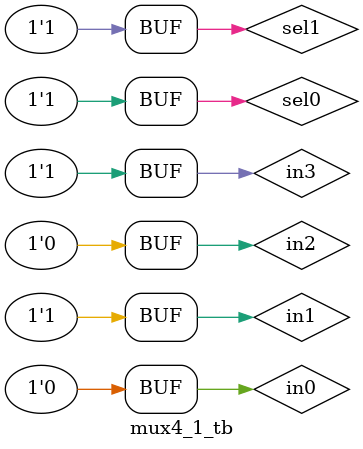
<source format=v>
`timescale 1ns/1ns
`include "exercise2.v"

module mux4_1_tb();
    reg in0, in1, in2, in3;
    reg sel0, sel1;
    wire out;

    mux4_1 mux(in0, in1, in2, in3, sel0, sel1, out);

    initial begin
        $dumpfile("exercise2_tb.vcd");
        $dumpvars(0, mux4_1_tb);
        $monitor("sel1=%b, sel0=%b; in3=%b, in2=%b, in1=%b, in0=%b => out=%b",
                  sel1, sel0, in3, in2, in1, in0, out);

        {in3,in2,in1,in0}=4'b1010; sel1=0; sel0=0; #5;
        {in3,in2,in1,in0}=4'b1010; sel1=0; sel0=1; #5;
        {in3,in2,in1,in0}=4'b1010; sel1=1; sel0=0; #5;
        {in3,in2,in1,in0}=4'b1010; sel1=1; sel0=1; #5;
    end
endmodule

</source>
